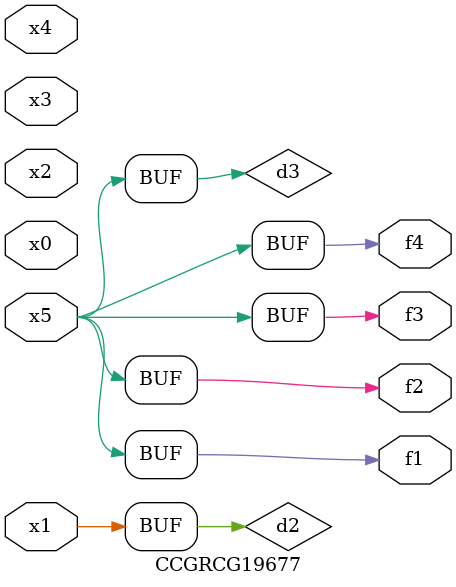
<source format=v>
module CCGRCG19677(
	input x0, x1, x2, x3, x4, x5,
	output f1, f2, f3, f4
);

	wire d1, d2, d3;

	not (d1, x5);
	or (d2, x1);
	xnor (d3, d1);
	assign f1 = d3;
	assign f2 = d3;
	assign f3 = d3;
	assign f4 = d3;
endmodule

</source>
